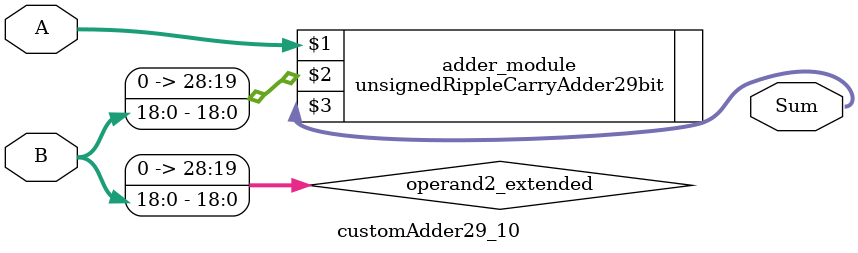
<source format=v>

module customAdder29_10(
                    input [28 : 0] A,
                    input [18 : 0] B,
                    
                    output [29 : 0] Sum
            );

    wire [28 : 0] operand2_extended;
    
    assign operand2_extended =  {10'b0, B};
    
    unsignedRippleCarryAdder29bit adder_module(
        A,
        operand2_extended,
        Sum
    );
    
endmodule
        
</source>
